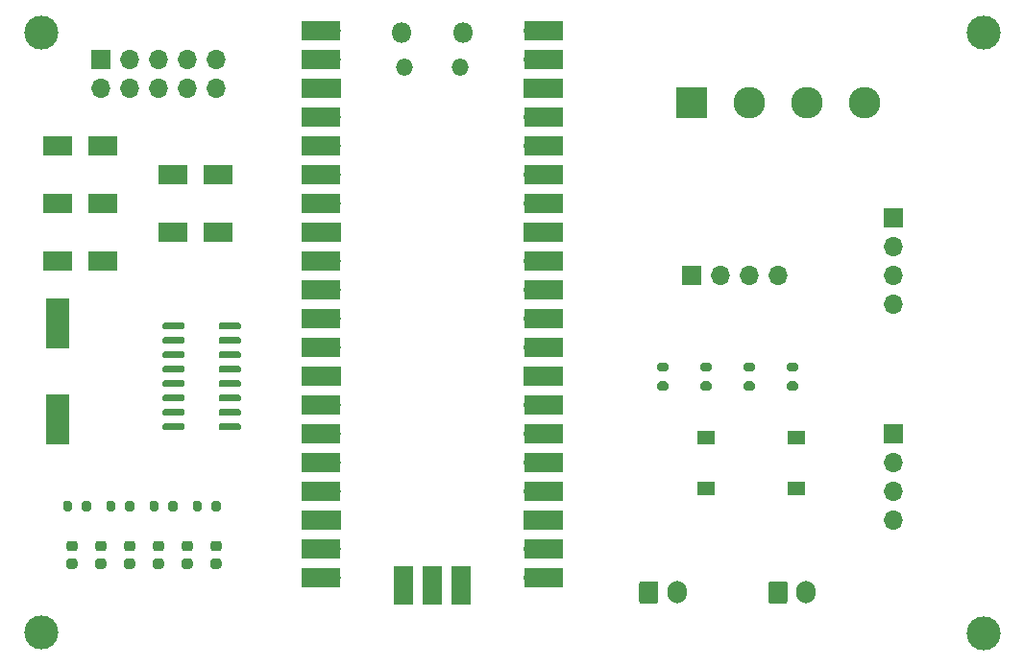
<source format=gbr>
%TF.GenerationSoftware,KiCad,Pcbnew,(5.1.7)-1*%
%TF.CreationDate,2021-06-25T20:26:21+01:00*%
%TF.ProjectId,flowcontrol-v0.1,666c6f77-636f-46e7-9472-6f6c2d76302e,rev?*%
%TF.SameCoordinates,Original*%
%TF.FileFunction,Soldermask,Top*%
%TF.FilePolarity,Negative*%
%FSLAX46Y46*%
G04 Gerber Fmt 4.6, Leading zero omitted, Abs format (unit mm)*
G04 Created by KiCad (PCBNEW (5.1.7)-1) date 2021-06-25 20:26:21*
%MOMM*%
%LPD*%
G01*
G04 APERTURE LIST*
%ADD10O,1.700000X1.700000*%
%ADD11R,1.700000X1.700000*%
%ADD12C,3.000000*%
%ADD13R,2.500000X1.800000*%
%ADD14O,1.700000X2.000000*%
%ADD15R,2.780000X2.780000*%
%ADD16C,2.780000*%
%ADD17R,3.500000X1.700000*%
%ADD18O,1.800000X1.800000*%
%ADD19O,1.500000X1.500000*%
%ADD20R,1.700000X3.500000*%
%ADD21R,2.000000X4.500000*%
%ADD22R,1.550000X1.300000*%
G04 APERTURE END LIST*
D10*
%TO.C,J5*%
X116840000Y-72390000D03*
X116840000Y-69850000D03*
X114300000Y-72390000D03*
X114300000Y-69850000D03*
X111760000Y-72390000D03*
X111760000Y-69850000D03*
X109220000Y-72390000D03*
X109220000Y-69850000D03*
X106680000Y-72390000D03*
D11*
X106680000Y-69850000D03*
%TD*%
D12*
%TO.C,REF\u002A\u002A*%
X101447600Y-67424300D03*
%TD*%
%TO.C,REF\u002A\u002A*%
X184454800Y-67411600D03*
%TD*%
%TO.C,REF\u002A\u002A*%
X184454800Y-120421400D03*
%TD*%
%TO.C,REF\u002A\u002A*%
X101447600Y-120370600D03*
%TD*%
%TO.C,C1*%
G36*
G01*
X104390000Y-114750000D02*
X103890000Y-114750000D01*
G75*
G02*
X103665000Y-114525000I0J225000D01*
G01*
X103665000Y-114075000D01*
G75*
G02*
X103890000Y-113850000I225000J0D01*
G01*
X104390000Y-113850000D01*
G75*
G02*
X104615000Y-114075000I0J-225000D01*
G01*
X104615000Y-114525000D01*
G75*
G02*
X104390000Y-114750000I-225000J0D01*
G01*
G37*
G36*
G01*
X104390000Y-113200000D02*
X103890000Y-113200000D01*
G75*
G02*
X103665000Y-112975000I0J225000D01*
G01*
X103665000Y-112525000D01*
G75*
G02*
X103890000Y-112300000I225000J0D01*
G01*
X104390000Y-112300000D01*
G75*
G02*
X104615000Y-112525000I0J-225000D01*
G01*
X104615000Y-112975000D01*
G75*
G02*
X104390000Y-113200000I-225000J0D01*
G01*
G37*
%TD*%
%TO.C,C2*%
G36*
G01*
X106930000Y-113200000D02*
X106430000Y-113200000D01*
G75*
G02*
X106205000Y-112975000I0J225000D01*
G01*
X106205000Y-112525000D01*
G75*
G02*
X106430000Y-112300000I225000J0D01*
G01*
X106930000Y-112300000D01*
G75*
G02*
X107155000Y-112525000I0J-225000D01*
G01*
X107155000Y-112975000D01*
G75*
G02*
X106930000Y-113200000I-225000J0D01*
G01*
G37*
G36*
G01*
X106930000Y-114750000D02*
X106430000Y-114750000D01*
G75*
G02*
X106205000Y-114525000I0J225000D01*
G01*
X106205000Y-114075000D01*
G75*
G02*
X106430000Y-113850000I225000J0D01*
G01*
X106930000Y-113850000D01*
G75*
G02*
X107155000Y-114075000I0J-225000D01*
G01*
X107155000Y-114525000D01*
G75*
G02*
X106930000Y-114750000I-225000J0D01*
G01*
G37*
%TD*%
%TO.C,C3*%
G36*
G01*
X109470000Y-114750000D02*
X108970000Y-114750000D01*
G75*
G02*
X108745000Y-114525000I0J225000D01*
G01*
X108745000Y-114075000D01*
G75*
G02*
X108970000Y-113850000I225000J0D01*
G01*
X109470000Y-113850000D01*
G75*
G02*
X109695000Y-114075000I0J-225000D01*
G01*
X109695000Y-114525000D01*
G75*
G02*
X109470000Y-114750000I-225000J0D01*
G01*
G37*
G36*
G01*
X109470000Y-113200000D02*
X108970000Y-113200000D01*
G75*
G02*
X108745000Y-112975000I0J225000D01*
G01*
X108745000Y-112525000D01*
G75*
G02*
X108970000Y-112300000I225000J0D01*
G01*
X109470000Y-112300000D01*
G75*
G02*
X109695000Y-112525000I0J-225000D01*
G01*
X109695000Y-112975000D01*
G75*
G02*
X109470000Y-113200000I-225000J0D01*
G01*
G37*
%TD*%
%TO.C,C4*%
G36*
G01*
X112010000Y-114750000D02*
X111510000Y-114750000D01*
G75*
G02*
X111285000Y-114525000I0J225000D01*
G01*
X111285000Y-114075000D01*
G75*
G02*
X111510000Y-113850000I225000J0D01*
G01*
X112010000Y-113850000D01*
G75*
G02*
X112235000Y-114075000I0J-225000D01*
G01*
X112235000Y-114525000D01*
G75*
G02*
X112010000Y-114750000I-225000J0D01*
G01*
G37*
G36*
G01*
X112010000Y-113200000D02*
X111510000Y-113200000D01*
G75*
G02*
X111285000Y-112975000I0J225000D01*
G01*
X111285000Y-112525000D01*
G75*
G02*
X111510000Y-112300000I225000J0D01*
G01*
X112010000Y-112300000D01*
G75*
G02*
X112235000Y-112525000I0J-225000D01*
G01*
X112235000Y-112975000D01*
G75*
G02*
X112010000Y-113200000I-225000J0D01*
G01*
G37*
%TD*%
%TO.C,C5*%
G36*
G01*
X114550000Y-113200000D02*
X114050000Y-113200000D01*
G75*
G02*
X113825000Y-112975000I0J225000D01*
G01*
X113825000Y-112525000D01*
G75*
G02*
X114050000Y-112300000I225000J0D01*
G01*
X114550000Y-112300000D01*
G75*
G02*
X114775000Y-112525000I0J-225000D01*
G01*
X114775000Y-112975000D01*
G75*
G02*
X114550000Y-113200000I-225000J0D01*
G01*
G37*
G36*
G01*
X114550000Y-114750000D02*
X114050000Y-114750000D01*
G75*
G02*
X113825000Y-114525000I0J225000D01*
G01*
X113825000Y-114075000D01*
G75*
G02*
X114050000Y-113850000I225000J0D01*
G01*
X114550000Y-113850000D01*
G75*
G02*
X114775000Y-114075000I0J-225000D01*
G01*
X114775000Y-114525000D01*
G75*
G02*
X114550000Y-114750000I-225000J0D01*
G01*
G37*
%TD*%
%TO.C,C6*%
G36*
G01*
X117090000Y-114750000D02*
X116590000Y-114750000D01*
G75*
G02*
X116365000Y-114525000I0J225000D01*
G01*
X116365000Y-114075000D01*
G75*
G02*
X116590000Y-113850000I225000J0D01*
G01*
X117090000Y-113850000D01*
G75*
G02*
X117315000Y-114075000I0J-225000D01*
G01*
X117315000Y-114525000D01*
G75*
G02*
X117090000Y-114750000I-225000J0D01*
G01*
G37*
G36*
G01*
X117090000Y-113200000D02*
X116590000Y-113200000D01*
G75*
G02*
X116365000Y-112975000I0J225000D01*
G01*
X116365000Y-112525000D01*
G75*
G02*
X116590000Y-112300000I225000J0D01*
G01*
X117090000Y-112300000D01*
G75*
G02*
X117315000Y-112525000I0J-225000D01*
G01*
X117315000Y-112975000D01*
G75*
G02*
X117090000Y-113200000I-225000J0D01*
G01*
G37*
%TD*%
D13*
%TO.C,D1*%
X102870000Y-77470000D03*
X106870000Y-77470000D03*
%TD*%
%TO.C,D2*%
X106870000Y-82550000D03*
X102870000Y-82550000D03*
%TD*%
%TO.C,D3*%
X102870000Y-87630000D03*
X106870000Y-87630000D03*
%TD*%
%TO.C,D4*%
X117030000Y-80010000D03*
X113030000Y-80010000D03*
%TD*%
%TO.C,D5*%
X113030000Y-85090000D03*
X117030000Y-85090000D03*
%TD*%
D11*
%TO.C,J1*%
X176530000Y-83820000D03*
D10*
X176530000Y-86360000D03*
X176530000Y-88900000D03*
X176530000Y-91440000D03*
%TD*%
%TO.C,J2*%
X176530000Y-110490000D03*
X176530000Y-107950000D03*
X176530000Y-105410000D03*
D11*
X176530000Y-102870000D03*
%TD*%
D14*
%TO.C,J3*%
X168870000Y-116840000D03*
G36*
G01*
X165520000Y-117590000D02*
X165520000Y-116090000D01*
G75*
G02*
X165770000Y-115840000I250000J0D01*
G01*
X166970000Y-115840000D01*
G75*
G02*
X167220000Y-116090000I0J-250000D01*
G01*
X167220000Y-117590000D01*
G75*
G02*
X166970000Y-117840000I-250000J0D01*
G01*
X165770000Y-117840000D01*
G75*
G02*
X165520000Y-117590000I0J250000D01*
G01*
G37*
%TD*%
%TO.C,J4*%
G36*
G01*
X154130000Y-117590000D02*
X154130000Y-116090000D01*
G75*
G02*
X154380000Y-115840000I250000J0D01*
G01*
X155580000Y-115840000D01*
G75*
G02*
X155830000Y-116090000I0J-250000D01*
G01*
X155830000Y-117590000D01*
G75*
G02*
X155580000Y-117840000I-250000J0D01*
G01*
X154380000Y-117840000D01*
G75*
G02*
X154130000Y-117590000I0J250000D01*
G01*
G37*
X157480000Y-116840000D03*
%TD*%
D15*
%TO.C,J6*%
X158750000Y-73660000D03*
D16*
X163830000Y-73660000D03*
X168910000Y-73660000D03*
X173990000Y-73660000D03*
%TD*%
D11*
%TO.C,J7*%
X158750000Y-88900000D03*
D10*
X161290000Y-88900000D03*
X163830000Y-88900000D03*
X166370000Y-88900000D03*
%TD*%
%TO.C,R1*%
G36*
G01*
X155935000Y-96565000D02*
X156485000Y-96565000D01*
G75*
G02*
X156685000Y-96765000I0J-200000D01*
G01*
X156685000Y-97165000D01*
G75*
G02*
X156485000Y-97365000I-200000J0D01*
G01*
X155935000Y-97365000D01*
G75*
G02*
X155735000Y-97165000I0J200000D01*
G01*
X155735000Y-96765000D01*
G75*
G02*
X155935000Y-96565000I200000J0D01*
G01*
G37*
G36*
G01*
X155935000Y-98215000D02*
X156485000Y-98215000D01*
G75*
G02*
X156685000Y-98415000I0J-200000D01*
G01*
X156685000Y-98815000D01*
G75*
G02*
X156485000Y-99015000I-200000J0D01*
G01*
X155935000Y-99015000D01*
G75*
G02*
X155735000Y-98815000I0J200000D01*
G01*
X155735000Y-98415000D01*
G75*
G02*
X155935000Y-98215000I200000J0D01*
G01*
G37*
%TD*%
%TO.C,R2*%
G36*
G01*
X159745000Y-98215000D02*
X160295000Y-98215000D01*
G75*
G02*
X160495000Y-98415000I0J-200000D01*
G01*
X160495000Y-98815000D01*
G75*
G02*
X160295000Y-99015000I-200000J0D01*
G01*
X159745000Y-99015000D01*
G75*
G02*
X159545000Y-98815000I0J200000D01*
G01*
X159545000Y-98415000D01*
G75*
G02*
X159745000Y-98215000I200000J0D01*
G01*
G37*
G36*
G01*
X159745000Y-96565000D02*
X160295000Y-96565000D01*
G75*
G02*
X160495000Y-96765000I0J-200000D01*
G01*
X160495000Y-97165000D01*
G75*
G02*
X160295000Y-97365000I-200000J0D01*
G01*
X159745000Y-97365000D01*
G75*
G02*
X159545000Y-97165000I0J200000D01*
G01*
X159545000Y-96765000D01*
G75*
G02*
X159745000Y-96565000I200000J0D01*
G01*
G37*
%TD*%
%TO.C,R3*%
G36*
G01*
X163555000Y-96565000D02*
X164105000Y-96565000D01*
G75*
G02*
X164305000Y-96765000I0J-200000D01*
G01*
X164305000Y-97165000D01*
G75*
G02*
X164105000Y-97365000I-200000J0D01*
G01*
X163555000Y-97365000D01*
G75*
G02*
X163355000Y-97165000I0J200000D01*
G01*
X163355000Y-96765000D01*
G75*
G02*
X163555000Y-96565000I200000J0D01*
G01*
G37*
G36*
G01*
X163555000Y-98215000D02*
X164105000Y-98215000D01*
G75*
G02*
X164305000Y-98415000I0J-200000D01*
G01*
X164305000Y-98815000D01*
G75*
G02*
X164105000Y-99015000I-200000J0D01*
G01*
X163555000Y-99015000D01*
G75*
G02*
X163355000Y-98815000I0J200000D01*
G01*
X163355000Y-98415000D01*
G75*
G02*
X163555000Y-98215000I200000J0D01*
G01*
G37*
%TD*%
%TO.C,R4*%
G36*
G01*
X167365000Y-98215000D02*
X167915000Y-98215000D01*
G75*
G02*
X168115000Y-98415000I0J-200000D01*
G01*
X168115000Y-98815000D01*
G75*
G02*
X167915000Y-99015000I-200000J0D01*
G01*
X167365000Y-99015000D01*
G75*
G02*
X167165000Y-98815000I0J200000D01*
G01*
X167165000Y-98415000D01*
G75*
G02*
X167365000Y-98215000I200000J0D01*
G01*
G37*
G36*
G01*
X167365000Y-96565000D02*
X167915000Y-96565000D01*
G75*
G02*
X168115000Y-96765000I0J-200000D01*
G01*
X168115000Y-97165000D01*
G75*
G02*
X167915000Y-97365000I-200000J0D01*
G01*
X167365000Y-97365000D01*
G75*
G02*
X167165000Y-97165000I0J200000D01*
G01*
X167165000Y-96765000D01*
G75*
G02*
X167365000Y-96565000I200000J0D01*
G01*
G37*
%TD*%
%TO.C,R5*%
G36*
G01*
X105010000Y-109495000D02*
X105010000Y-108945000D01*
G75*
G02*
X105210000Y-108745000I200000J0D01*
G01*
X105610000Y-108745000D01*
G75*
G02*
X105810000Y-108945000I0J-200000D01*
G01*
X105810000Y-109495000D01*
G75*
G02*
X105610000Y-109695000I-200000J0D01*
G01*
X105210000Y-109695000D01*
G75*
G02*
X105010000Y-109495000I0J200000D01*
G01*
G37*
G36*
G01*
X103360000Y-109495000D02*
X103360000Y-108945000D01*
G75*
G02*
X103560000Y-108745000I200000J0D01*
G01*
X103960000Y-108745000D01*
G75*
G02*
X104160000Y-108945000I0J-200000D01*
G01*
X104160000Y-109495000D01*
G75*
G02*
X103960000Y-109695000I-200000J0D01*
G01*
X103560000Y-109695000D01*
G75*
G02*
X103360000Y-109495000I0J200000D01*
G01*
G37*
%TD*%
%TO.C,R6*%
G36*
G01*
X107170000Y-109495000D02*
X107170000Y-108945000D01*
G75*
G02*
X107370000Y-108745000I200000J0D01*
G01*
X107770000Y-108745000D01*
G75*
G02*
X107970000Y-108945000I0J-200000D01*
G01*
X107970000Y-109495000D01*
G75*
G02*
X107770000Y-109695000I-200000J0D01*
G01*
X107370000Y-109695000D01*
G75*
G02*
X107170000Y-109495000I0J200000D01*
G01*
G37*
G36*
G01*
X108820000Y-109495000D02*
X108820000Y-108945000D01*
G75*
G02*
X109020000Y-108745000I200000J0D01*
G01*
X109420000Y-108745000D01*
G75*
G02*
X109620000Y-108945000I0J-200000D01*
G01*
X109620000Y-109495000D01*
G75*
G02*
X109420000Y-109695000I-200000J0D01*
G01*
X109020000Y-109695000D01*
G75*
G02*
X108820000Y-109495000I0J200000D01*
G01*
G37*
%TD*%
%TO.C,R7*%
G36*
G01*
X112630000Y-109495000D02*
X112630000Y-108945000D01*
G75*
G02*
X112830000Y-108745000I200000J0D01*
G01*
X113230000Y-108745000D01*
G75*
G02*
X113430000Y-108945000I0J-200000D01*
G01*
X113430000Y-109495000D01*
G75*
G02*
X113230000Y-109695000I-200000J0D01*
G01*
X112830000Y-109695000D01*
G75*
G02*
X112630000Y-109495000I0J200000D01*
G01*
G37*
G36*
G01*
X110980000Y-109495000D02*
X110980000Y-108945000D01*
G75*
G02*
X111180000Y-108745000I200000J0D01*
G01*
X111580000Y-108745000D01*
G75*
G02*
X111780000Y-108945000I0J-200000D01*
G01*
X111780000Y-109495000D01*
G75*
G02*
X111580000Y-109695000I-200000J0D01*
G01*
X111180000Y-109695000D01*
G75*
G02*
X110980000Y-109495000I0J200000D01*
G01*
G37*
%TD*%
%TO.C,R8*%
G36*
G01*
X114790000Y-109495000D02*
X114790000Y-108945000D01*
G75*
G02*
X114990000Y-108745000I200000J0D01*
G01*
X115390000Y-108745000D01*
G75*
G02*
X115590000Y-108945000I0J-200000D01*
G01*
X115590000Y-109495000D01*
G75*
G02*
X115390000Y-109695000I-200000J0D01*
G01*
X114990000Y-109695000D01*
G75*
G02*
X114790000Y-109495000I0J200000D01*
G01*
G37*
G36*
G01*
X116440000Y-109495000D02*
X116440000Y-108945000D01*
G75*
G02*
X116640000Y-108745000I200000J0D01*
G01*
X117040000Y-108745000D01*
G75*
G02*
X117240000Y-108945000I0J-200000D01*
G01*
X117240000Y-109495000D01*
G75*
G02*
X117040000Y-109695000I-200000J0D01*
G01*
X116640000Y-109695000D01*
G75*
G02*
X116440000Y-109495000I0J200000D01*
G01*
G37*
%TD*%
%TO.C,U1*%
X127000000Y-67310000D03*
X127000000Y-69850000D03*
D11*
X127000000Y-72390000D03*
D10*
X127000000Y-74930000D03*
X127000000Y-77470000D03*
X127000000Y-80010000D03*
X127000000Y-82550000D03*
D11*
X127000000Y-85090000D03*
D10*
X127000000Y-87630000D03*
X127000000Y-90170000D03*
X127000000Y-92710000D03*
X127000000Y-95250000D03*
D11*
X127000000Y-97790000D03*
D10*
X127000000Y-100330000D03*
X127000000Y-102870000D03*
X127000000Y-105410000D03*
X127000000Y-107950000D03*
D11*
X127000000Y-110490000D03*
D10*
X127000000Y-113030000D03*
X127000000Y-115570000D03*
X144780000Y-115570000D03*
X144780000Y-113030000D03*
D11*
X144780000Y-110490000D03*
D10*
X144780000Y-107950000D03*
X144780000Y-105410000D03*
X144780000Y-102870000D03*
X144780000Y-100330000D03*
D11*
X144780000Y-97790000D03*
D10*
X144780000Y-95250000D03*
X144780000Y-92710000D03*
X144780000Y-90170000D03*
X144780000Y-87630000D03*
D11*
X144780000Y-85090000D03*
D10*
X144780000Y-82550000D03*
X144780000Y-80010000D03*
X144780000Y-77470000D03*
X144780000Y-74930000D03*
D11*
X144780000Y-72390000D03*
D10*
X144780000Y-69850000D03*
X144780000Y-67310000D03*
D17*
X126100000Y-67310000D03*
X126100000Y-69850000D03*
X126100000Y-72390000D03*
X126100000Y-74930000D03*
X126100000Y-77470000D03*
X126100000Y-80010000D03*
X126100000Y-82550000D03*
X126100000Y-85090000D03*
X126100000Y-87630000D03*
X126100000Y-90170000D03*
X126100000Y-92710000D03*
X126100000Y-95250000D03*
X126100000Y-97790000D03*
X126100000Y-100330000D03*
X126100000Y-102870000D03*
X126100000Y-105410000D03*
X126100000Y-107950000D03*
X126100000Y-110490000D03*
X126100000Y-113030000D03*
X126100000Y-115570000D03*
X145680000Y-67310000D03*
X145680000Y-69850000D03*
X145680000Y-72390000D03*
X145680000Y-74930000D03*
X145680000Y-77470000D03*
X145680000Y-80010000D03*
X145680000Y-82550000D03*
X145680000Y-85090000D03*
X145680000Y-87630000D03*
X145680000Y-90170000D03*
X145680000Y-92710000D03*
X145680000Y-95250000D03*
X145680000Y-97790000D03*
X145680000Y-100330000D03*
X145680000Y-102870000D03*
X145680000Y-105410000D03*
X145680000Y-107950000D03*
X145680000Y-110490000D03*
X145680000Y-113030000D03*
X145680000Y-115570000D03*
D18*
X133165000Y-67440000D03*
X138615000Y-67440000D03*
D19*
X133465000Y-70470000D03*
X138315000Y-70470000D03*
D20*
X133350000Y-116240000D03*
D10*
X133350000Y-115340000D03*
D20*
X135890000Y-116240000D03*
D11*
X135890000Y-115340000D03*
D20*
X138430000Y-116240000D03*
D10*
X138430000Y-115340000D03*
%TD*%
%TO.C,U2*%
G36*
G01*
X112120000Y-93495000D02*
X112120000Y-93195000D01*
G75*
G02*
X112270000Y-93045000I150000J0D01*
G01*
X113920000Y-93045000D01*
G75*
G02*
X114070000Y-93195000I0J-150000D01*
G01*
X114070000Y-93495000D01*
G75*
G02*
X113920000Y-93645000I-150000J0D01*
G01*
X112270000Y-93645000D01*
G75*
G02*
X112120000Y-93495000I0J150000D01*
G01*
G37*
G36*
G01*
X112120000Y-94765000D02*
X112120000Y-94465000D01*
G75*
G02*
X112270000Y-94315000I150000J0D01*
G01*
X113920000Y-94315000D01*
G75*
G02*
X114070000Y-94465000I0J-150000D01*
G01*
X114070000Y-94765000D01*
G75*
G02*
X113920000Y-94915000I-150000J0D01*
G01*
X112270000Y-94915000D01*
G75*
G02*
X112120000Y-94765000I0J150000D01*
G01*
G37*
G36*
G01*
X112120000Y-96035000D02*
X112120000Y-95735000D01*
G75*
G02*
X112270000Y-95585000I150000J0D01*
G01*
X113920000Y-95585000D01*
G75*
G02*
X114070000Y-95735000I0J-150000D01*
G01*
X114070000Y-96035000D01*
G75*
G02*
X113920000Y-96185000I-150000J0D01*
G01*
X112270000Y-96185000D01*
G75*
G02*
X112120000Y-96035000I0J150000D01*
G01*
G37*
G36*
G01*
X112120000Y-97305000D02*
X112120000Y-97005000D01*
G75*
G02*
X112270000Y-96855000I150000J0D01*
G01*
X113920000Y-96855000D01*
G75*
G02*
X114070000Y-97005000I0J-150000D01*
G01*
X114070000Y-97305000D01*
G75*
G02*
X113920000Y-97455000I-150000J0D01*
G01*
X112270000Y-97455000D01*
G75*
G02*
X112120000Y-97305000I0J150000D01*
G01*
G37*
G36*
G01*
X112120000Y-98575000D02*
X112120000Y-98275000D01*
G75*
G02*
X112270000Y-98125000I150000J0D01*
G01*
X113920000Y-98125000D01*
G75*
G02*
X114070000Y-98275000I0J-150000D01*
G01*
X114070000Y-98575000D01*
G75*
G02*
X113920000Y-98725000I-150000J0D01*
G01*
X112270000Y-98725000D01*
G75*
G02*
X112120000Y-98575000I0J150000D01*
G01*
G37*
G36*
G01*
X112120000Y-99845000D02*
X112120000Y-99545000D01*
G75*
G02*
X112270000Y-99395000I150000J0D01*
G01*
X113920000Y-99395000D01*
G75*
G02*
X114070000Y-99545000I0J-150000D01*
G01*
X114070000Y-99845000D01*
G75*
G02*
X113920000Y-99995000I-150000J0D01*
G01*
X112270000Y-99995000D01*
G75*
G02*
X112120000Y-99845000I0J150000D01*
G01*
G37*
G36*
G01*
X112120000Y-101115000D02*
X112120000Y-100815000D01*
G75*
G02*
X112270000Y-100665000I150000J0D01*
G01*
X113920000Y-100665000D01*
G75*
G02*
X114070000Y-100815000I0J-150000D01*
G01*
X114070000Y-101115000D01*
G75*
G02*
X113920000Y-101265000I-150000J0D01*
G01*
X112270000Y-101265000D01*
G75*
G02*
X112120000Y-101115000I0J150000D01*
G01*
G37*
G36*
G01*
X112120000Y-102385000D02*
X112120000Y-102085000D01*
G75*
G02*
X112270000Y-101935000I150000J0D01*
G01*
X113920000Y-101935000D01*
G75*
G02*
X114070000Y-102085000I0J-150000D01*
G01*
X114070000Y-102385000D01*
G75*
G02*
X113920000Y-102535000I-150000J0D01*
G01*
X112270000Y-102535000D01*
G75*
G02*
X112120000Y-102385000I0J150000D01*
G01*
G37*
G36*
G01*
X117070000Y-102385000D02*
X117070000Y-102085000D01*
G75*
G02*
X117220000Y-101935000I150000J0D01*
G01*
X118870000Y-101935000D01*
G75*
G02*
X119020000Y-102085000I0J-150000D01*
G01*
X119020000Y-102385000D01*
G75*
G02*
X118870000Y-102535000I-150000J0D01*
G01*
X117220000Y-102535000D01*
G75*
G02*
X117070000Y-102385000I0J150000D01*
G01*
G37*
G36*
G01*
X117070000Y-101115000D02*
X117070000Y-100815000D01*
G75*
G02*
X117220000Y-100665000I150000J0D01*
G01*
X118870000Y-100665000D01*
G75*
G02*
X119020000Y-100815000I0J-150000D01*
G01*
X119020000Y-101115000D01*
G75*
G02*
X118870000Y-101265000I-150000J0D01*
G01*
X117220000Y-101265000D01*
G75*
G02*
X117070000Y-101115000I0J150000D01*
G01*
G37*
G36*
G01*
X117070000Y-99845000D02*
X117070000Y-99545000D01*
G75*
G02*
X117220000Y-99395000I150000J0D01*
G01*
X118870000Y-99395000D01*
G75*
G02*
X119020000Y-99545000I0J-150000D01*
G01*
X119020000Y-99845000D01*
G75*
G02*
X118870000Y-99995000I-150000J0D01*
G01*
X117220000Y-99995000D01*
G75*
G02*
X117070000Y-99845000I0J150000D01*
G01*
G37*
G36*
G01*
X117070000Y-98575000D02*
X117070000Y-98275000D01*
G75*
G02*
X117220000Y-98125000I150000J0D01*
G01*
X118870000Y-98125000D01*
G75*
G02*
X119020000Y-98275000I0J-150000D01*
G01*
X119020000Y-98575000D01*
G75*
G02*
X118870000Y-98725000I-150000J0D01*
G01*
X117220000Y-98725000D01*
G75*
G02*
X117070000Y-98575000I0J150000D01*
G01*
G37*
G36*
G01*
X117070000Y-97305000D02*
X117070000Y-97005000D01*
G75*
G02*
X117220000Y-96855000I150000J0D01*
G01*
X118870000Y-96855000D01*
G75*
G02*
X119020000Y-97005000I0J-150000D01*
G01*
X119020000Y-97305000D01*
G75*
G02*
X118870000Y-97455000I-150000J0D01*
G01*
X117220000Y-97455000D01*
G75*
G02*
X117070000Y-97305000I0J150000D01*
G01*
G37*
G36*
G01*
X117070000Y-96035000D02*
X117070000Y-95735000D01*
G75*
G02*
X117220000Y-95585000I150000J0D01*
G01*
X118870000Y-95585000D01*
G75*
G02*
X119020000Y-95735000I0J-150000D01*
G01*
X119020000Y-96035000D01*
G75*
G02*
X118870000Y-96185000I-150000J0D01*
G01*
X117220000Y-96185000D01*
G75*
G02*
X117070000Y-96035000I0J150000D01*
G01*
G37*
G36*
G01*
X117070000Y-94765000D02*
X117070000Y-94465000D01*
G75*
G02*
X117220000Y-94315000I150000J0D01*
G01*
X118870000Y-94315000D01*
G75*
G02*
X119020000Y-94465000I0J-150000D01*
G01*
X119020000Y-94765000D01*
G75*
G02*
X118870000Y-94915000I-150000J0D01*
G01*
X117220000Y-94915000D01*
G75*
G02*
X117070000Y-94765000I0J150000D01*
G01*
G37*
G36*
G01*
X117070000Y-93495000D02*
X117070000Y-93195000D01*
G75*
G02*
X117220000Y-93045000I150000J0D01*
G01*
X118870000Y-93045000D01*
G75*
G02*
X119020000Y-93195000I0J-150000D01*
G01*
X119020000Y-93495000D01*
G75*
G02*
X118870000Y-93645000I-150000J0D01*
G01*
X117220000Y-93645000D01*
G75*
G02*
X117070000Y-93495000I0J150000D01*
G01*
G37*
%TD*%
D21*
%TO.C,Y1*%
X102870000Y-101600000D03*
X102870000Y-93100000D03*
%TD*%
D22*
%TO.C,SW1*%
X167970000Y-107660000D03*
X167970000Y-103160000D03*
X160020000Y-103160000D03*
X160020000Y-107660000D03*
%TD*%
M02*

</source>
